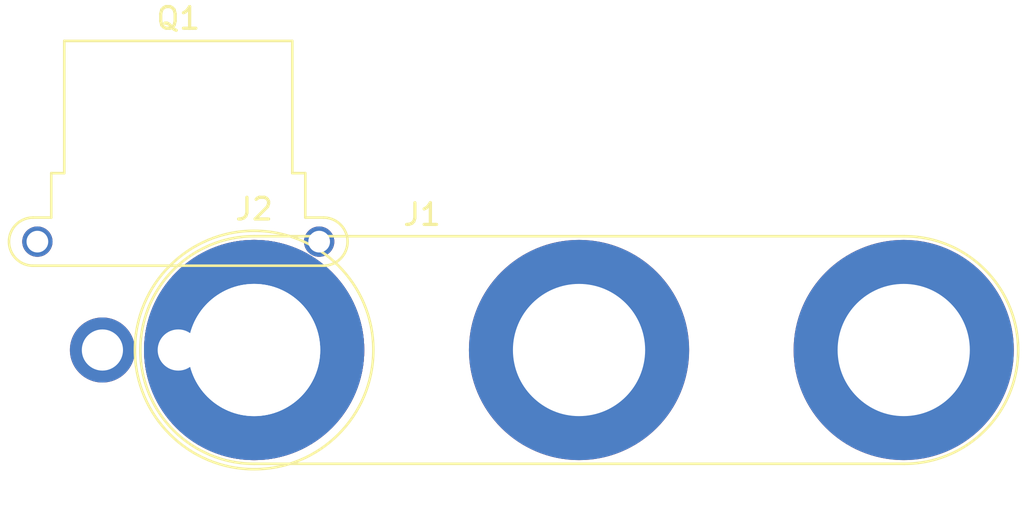
<source format=kicad_pcb>
(kicad_pcb (version 20221018) (generator pcbnew)
  (layers (0 "F.Cu" signal) (31 "B.Cu" signal) (34 "B.Paste" user) (35 "F.Paste" user) (36 "B.SilkS" user "B.Silkscreen") (37 "F.SilkS" user "F.Silkscreen") (38 "B.Mask" user) (39 "F.Mask" user) (44 "Edge.Cuts" user))
  (net 0 "")
  (net 1 "/out")
  (net 2 "/signal")
  (net 3 "GND")
  (net 4 "Net-(Q1-B)")
  (net 5 "Net-(Q1-C)")
  (net 6 "VCC")
  (footprint "Connector_AMASS:AMASS_MR30PW-FB_1x03_P3.50mm_Horizontal" (layer "F.Cu") (at 0 0)
    (fp_text reference "Q1" (at -3.5 -15.3) (layer "F.SilkS"))
    (fp_text value "PNP")
    (fp_line (start -10.2 -6.11) (end -9.36 -6.11) (stroke (width 0.12)) (layer "F.SilkS"))
    (fp_line (start -10.2 -3.89) (end 3.2 -3.89) (stroke (width 0.12)) (layer "F.SilkS"))
    (fp_line (start -9.36 -8.16) (end -9.36 -6.11) (stroke (width 0.12)) (layer "F.SilkS"))
    (fp_line (start -9.36 -8.16) (end -8.76 -8.16) (stroke (width 0.12)) (layer "F.SilkS"))
    (fp_line (start -8.76 -14.26) (end -8.76 -8.16) (stroke (width 0.12)) (layer "F.SilkS"))
    (fp_line (start -8.76 -14.26) (end 1.76 -14.26) (stroke (width 0.12)) (layer "F.SilkS"))
    (fp_line (start 1.76 -14.26) (end 1.76 -8.16) (stroke (width 0.12)) (layer "F.SilkS"))
    (fp_line (start 1.76 -8.16) (end 2.36 -8.16) (stroke (width 0.12)) (layer "F.SilkS"))
    (fp_line (start 2.36 -8.16) (end 2.36 -6.11) (stroke (width 0.12)) (layer "F.SilkS"))
    (fp_line (start 2.36 -6.11) (end 3.2 -6.11) (stroke (width 0.12)) (layer "F.SilkS"))
    (fp_arc (start -10.2 -3.89) (mid -11.31 -5) (end -10.2 -6.11) (stroke (width 0.12)) (layer "F.SilkS"))
    (fp_arc (start 3.2 -6.11) (mid 4.31 -5) (end 3.2 -3.89) (stroke (width 0.12)) (layer "F.SilkS"))
    (pad "" thru_hole circle (at -10 -5) (size 1.4 1.4) (drill 1) (layers "*.Cu" "*.Mask"))
    (pad "" thru_hole circle (at 3 -5 90) (size 1.4 1.4) (drill 1) (layers "*.Cu" "*.Mask"))
    (pad "1" thru_hole rect (at 0 0) (size 3 3) (drill 1.9) (layers "*.Cu" "*.Mask") (net 5 "Net-(Q1-C)"))
    (pad "2" thru_hole circle (at -3.5 0) (size 3 3) (drill 1.9) (layers "*.Cu" "*.Mask") (net 4 "Net-(Q1-B)"))
    (pad "3" thru_hole circle (at -7 0) (size 3 3) (drill 1.9) (layers "*.Cu" "*.Mask") (net 3 "GND"))
  )
  (footprint "Resistor_SMD:R_0201_0603Metric" (layer "F.Cu") (at 0 0)
    (fp_text reference "R3" (at 0 -1.05) (layer "F.SilkS"))
    (fp_text value "1K")
    (pad "1" smd roundrect (at -0.32 0) (size 0.46 0.4) (layers "F.Cu" "F.Mask") (net 6 "VCC"))
    (pad "2" smd roundrect (at 0.32 0) (size 0.46 0.4) (layers "F.Cu" "F.Mask") (net 5 "Net-(Q1-C)"))
  )
  (footprint "Resistor_SMD:R_0201_0603Metric" (layer "F.Cu") (at 0 0)
    (fp_text reference "R2" (at 0 -1.05) (layer "F.SilkS"))
    (fp_text value "10K")
    (pad "1" smd roundrect (at -0.32 0) (size 0.46 0.4) (layers "F.Cu" "F.Mask") (net 1 "/out"))
    (pad "2" smd roundrect (at 0.32 0) (size 0.46 0.4) (layers "F.Cu" "F.Mask") (net 5 "Net-(Q1-C)"))
  )
  (footprint "Connector:Banana_Jack_3Pin" (layer "F.Cu") (at 0 0)
    (fp_text reference "J1" (at 7.75 -6.25) (layer "F.SilkS"))
    (fp_text value "Conn_01x03")
    (fp_line (start 0 5.25) (end 30 5.25) (stroke (width 0.12)) (layer "F.SilkS"))
    (fp_line (start 30 -5.25) (end 0 -5.25) (stroke (width 0.12)) (layer "F.SilkS"))
    (fp_arc (start 0 5.25) (mid -5.25 0) (end 0 -5.25) (stroke (width 0.12)) (layer "F.SilkS"))
    (fp_arc (start 30 -5.25) (mid 35.25 0) (end 30 5.25) (stroke (width 0.12)) (layer "F.SilkS"))
    (pad "1" thru_hole circle (at 0 0) (size 10.16 10.16) (drill 6.1) (layers "*.Cu" "*.Mask") (net 2 "/signal"))
    (pad "2" thru_hole circle (at 14.99 0) (size 10.16 10.16) (drill 6.1) (layers "*.Cu" "*.Mask") (net 3 "GND"))
    (pad "3" thru_hole circle (at 29.97 0) (size 10.16 10.16) (drill 6.1) (layers "*.Cu" "*.Mask") (net 6 "VCC"))
  )
  (footprint "Resistor_SMD:R_0201_0603Metric" (layer "F.Cu") (at 0 0)
    (fp_text reference "R4" (at 0 -1.05) (layer "F.SilkS"))
    (fp_text value "5R")
    (pad "1" smd roundrect (at -0.32 0) (size 0.46 0.4) (layers "F.Cu" "F.Mask") (net 6 "VCC"))
    (pad "2" smd roundrect (at 0.32 0) (size 0.46 0.4) (layers "F.Cu" "F.Mask") (net 4 "Net-(Q1-B)"))
  )
  (footprint "Resistor_SMD:R_0201_0603Metric" (layer "F.Cu") (at 0 0)
    (fp_text reference "R1" (at 0 -1.05) (layer "F.SilkS"))
    (fp_text value "10R")
    (pad "1" smd roundrect (at -0.32 0) (size 0.46 0.4) (layers "F.Cu" "F.Mask") (net 4 "Net-(Q1-B)"))
    (pad "2" smd roundrect (at 0.32 0) (size 0.46 0.4) (layers "F.Cu" "F.Mask") (net 3 "GND"))
  )
  (footprint "Connector:Banana_Jack_1Pin" (layer "F.Cu") (at 0 0)
    (fp_text reference "J2" (at 0 -6.5) (layer "F.SilkS"))
    (fp_text value "Conn_01x01")
    (fp_circle (center 0 0) (end 5.5 0) (stroke (width 0.12)) (fill none) (layer "F.SilkS"))
    (pad "1" thru_hole circle (at 0 0) (size 10.16 10.16) (drill 6.1) (layers "*.Cu" "*.Mask") (net 1 "/out"))
  )
  (footprint "Capacitor_Tantalum_SMD:CP_EIA-1608-10_AVX-L" (layer "F.Cu") (at 0 0)
    (fp_text reference "C1" (at 0 -1.48) (layer "F.SilkS"))
    (fp_text value "1uf")
    (fp_line (start -1.51 -0.785) (end -1.51 0.785) (stroke (width 0.12)) (layer "F.SilkS"))
    (fp_line (start -1.51 0.785) (end 0.8 0.785) (stroke (width 0.12)) (layer "F.SilkS"))
    (fp_line (start 0.8 -0.785) (end -1.51 -0.785) (stroke (width 0.12)) (layer "F.SilkS"))
    (pad "1" smd roundrect (at -0.7125 0) (size 1.075 1.05) (layers "F.Cu" "F.Paste" "F.Mask") (roundrect_rratio 0.238095) (net 4 "Net-(Q1-B)"))
    (pad "2" smd roundrect (at 0.7125 0) (size 1.075 1.05) (layers "F.Cu" "F.Paste" "F.Mask") (roundrect_rratio 0.238095) (net 2 "/signal"))
  )
)
</source>
